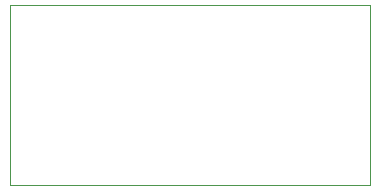
<source format=gbr>
%TF.GenerationSoftware,KiCad,Pcbnew,7.0.9*%
%TF.CreationDate,2024-01-13T03:54:49-03:00*%
%TF.ProjectId,placacomLed,706c6163-6163-46f6-9d4c-65642e6b6963,rev?*%
%TF.SameCoordinates,Original*%
%TF.FileFunction,Profile,NP*%
%FSLAX46Y46*%
G04 Gerber Fmt 4.6, Leading zero omitted, Abs format (unit mm)*
G04 Created by KiCad (PCBNEW 7.0.9) date 2024-01-13 03:54:49*
%MOMM*%
%LPD*%
G01*
G04 APERTURE LIST*
%TA.AperFunction,Profile*%
%ADD10C,0.100000*%
%TD*%
G04 APERTURE END LIST*
D10*
X132080000Y-88900000D02*
X132080000Y-73660000D01*
X162560000Y-88900000D02*
X132080000Y-88900000D01*
X162560000Y-73660000D02*
X162560000Y-88900000D01*
X132080000Y-73660000D02*
X162560000Y-73660000D01*
M02*

</source>
